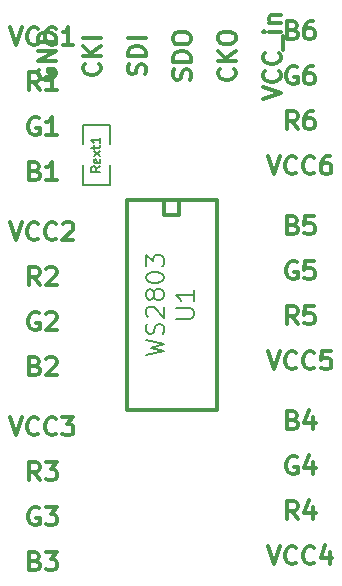
<source format=gto>
G04 (created by PCBNEW-RS274X (2012-jan-04)-stable) date Mon 13 Aug 2012 10:18:50 PM CEST*
G01*
G70*
G90*
%MOIN*%
G04 Gerber Fmt 3.4, Leading zero omitted, Abs format*
%FSLAX34Y34*%
G04 APERTURE LIST*
%ADD10C,0.006000*%
%ADD11C,0.012000*%
%ADD12C,0.005000*%
G04 APERTURE END LIST*
G54D10*
G54D11*
X64500Y-44000D02*
X62000Y-44000D01*
X62000Y-44000D02*
X62000Y-37000D01*
X62000Y-37000D02*
X65000Y-37000D01*
X65000Y-37000D02*
X65000Y-44000D01*
X65000Y-44000D02*
X64500Y-44000D01*
X63750Y-37000D02*
X63750Y-37500D01*
X63750Y-37500D02*
X63250Y-37500D01*
X63250Y-37500D02*
X63250Y-37000D01*
G54D12*
X60550Y-36500D02*
X61450Y-36500D01*
X61450Y-36500D02*
X61450Y-35850D01*
X60550Y-35150D02*
X60550Y-34500D01*
X60550Y-34500D02*
X61450Y-34500D01*
X61450Y-34500D02*
X61450Y-35150D01*
X60550Y-35850D02*
X60550Y-36500D01*
G54D10*
X63641Y-40957D02*
X64127Y-40957D01*
X64184Y-40929D01*
X64212Y-40900D01*
X64241Y-40843D01*
X64241Y-40729D01*
X64212Y-40671D01*
X64184Y-40643D01*
X64127Y-40614D01*
X63641Y-40614D01*
X64241Y-40014D02*
X64241Y-40357D01*
X64241Y-40185D02*
X63641Y-40185D01*
X63727Y-40242D01*
X63784Y-40300D01*
X63812Y-40357D01*
X62643Y-42184D02*
X63243Y-42041D01*
X62814Y-41927D01*
X63243Y-41813D01*
X62643Y-41670D01*
X63214Y-41470D02*
X63243Y-41384D01*
X63243Y-41241D01*
X63214Y-41184D01*
X63186Y-41155D01*
X63129Y-41127D01*
X63071Y-41127D01*
X63014Y-41155D01*
X62986Y-41184D01*
X62957Y-41241D01*
X62929Y-41355D01*
X62900Y-41413D01*
X62871Y-41441D01*
X62814Y-41470D01*
X62757Y-41470D01*
X62700Y-41441D01*
X62671Y-41413D01*
X62643Y-41355D01*
X62643Y-41213D01*
X62671Y-41127D01*
X62700Y-40899D02*
X62671Y-40870D01*
X62643Y-40813D01*
X62643Y-40670D01*
X62671Y-40613D01*
X62700Y-40584D01*
X62757Y-40556D01*
X62814Y-40556D01*
X62900Y-40584D01*
X63243Y-40927D01*
X63243Y-40556D01*
X62900Y-40213D02*
X62871Y-40271D01*
X62843Y-40299D01*
X62786Y-40328D01*
X62757Y-40328D01*
X62700Y-40299D01*
X62671Y-40271D01*
X62643Y-40213D01*
X62643Y-40099D01*
X62671Y-40042D01*
X62700Y-40013D01*
X62757Y-39985D01*
X62786Y-39985D01*
X62843Y-40013D01*
X62871Y-40042D01*
X62900Y-40099D01*
X62900Y-40213D01*
X62929Y-40271D01*
X62957Y-40299D01*
X63014Y-40328D01*
X63129Y-40328D01*
X63186Y-40299D01*
X63214Y-40271D01*
X63243Y-40213D01*
X63243Y-40099D01*
X63214Y-40042D01*
X63186Y-40013D01*
X63129Y-39985D01*
X63014Y-39985D01*
X62957Y-40013D01*
X62929Y-40042D01*
X62900Y-40099D01*
X62643Y-39614D02*
X62643Y-39557D01*
X62671Y-39500D01*
X62700Y-39471D01*
X62757Y-39442D01*
X62871Y-39414D01*
X63014Y-39414D01*
X63129Y-39442D01*
X63186Y-39471D01*
X63214Y-39500D01*
X63243Y-39557D01*
X63243Y-39614D01*
X63214Y-39671D01*
X63186Y-39700D01*
X63129Y-39728D01*
X63014Y-39757D01*
X62871Y-39757D01*
X62757Y-39728D01*
X62700Y-39700D01*
X62671Y-39671D01*
X62643Y-39614D01*
X62643Y-39214D02*
X62643Y-38843D01*
X62871Y-39043D01*
X62871Y-38957D01*
X62900Y-38900D01*
X62929Y-38871D01*
X62986Y-38843D01*
X63129Y-38843D01*
X63186Y-38871D01*
X63214Y-38900D01*
X63243Y-38957D01*
X63243Y-39129D01*
X63214Y-39186D01*
X63186Y-39214D01*
G54D11*
X66543Y-33643D02*
X67143Y-33443D01*
X66543Y-33243D01*
X67086Y-32700D02*
X67114Y-32729D01*
X67143Y-32815D01*
X67143Y-32872D01*
X67114Y-32957D01*
X67057Y-33015D01*
X67000Y-33043D01*
X66886Y-33072D01*
X66800Y-33072D01*
X66686Y-33043D01*
X66629Y-33015D01*
X66571Y-32957D01*
X66543Y-32872D01*
X66543Y-32815D01*
X66571Y-32729D01*
X66600Y-32700D01*
X67086Y-32100D02*
X67114Y-32129D01*
X67143Y-32215D01*
X67143Y-32272D01*
X67114Y-32357D01*
X67057Y-32415D01*
X67000Y-32443D01*
X66886Y-32472D01*
X66800Y-32472D01*
X66686Y-32443D01*
X66629Y-32415D01*
X66571Y-32357D01*
X66543Y-32272D01*
X66543Y-32215D01*
X66571Y-32129D01*
X66600Y-32100D01*
X67200Y-31986D02*
X67200Y-31529D01*
X67143Y-31386D02*
X66743Y-31386D01*
X66543Y-31386D02*
X66571Y-31415D01*
X66600Y-31386D01*
X66571Y-31358D01*
X66543Y-31386D01*
X66600Y-31386D01*
X66743Y-31100D02*
X67143Y-31100D01*
X66800Y-31100D02*
X66771Y-31072D01*
X66743Y-31014D01*
X66743Y-30929D01*
X66771Y-30872D01*
X66829Y-30843D01*
X67143Y-30843D01*
X67558Y-31329D02*
X67644Y-31357D01*
X67672Y-31386D01*
X67701Y-31443D01*
X67701Y-31529D01*
X67672Y-31586D01*
X67644Y-31614D01*
X67586Y-31643D01*
X67358Y-31643D01*
X67358Y-31043D01*
X67558Y-31043D01*
X67615Y-31071D01*
X67644Y-31100D01*
X67672Y-31157D01*
X67672Y-31214D01*
X67644Y-31271D01*
X67615Y-31300D01*
X67558Y-31329D01*
X67358Y-31329D01*
X68215Y-31043D02*
X68101Y-31043D01*
X68044Y-31071D01*
X68015Y-31100D01*
X67958Y-31186D01*
X67929Y-31300D01*
X67929Y-31529D01*
X67958Y-31586D01*
X67986Y-31614D01*
X68044Y-31643D01*
X68158Y-31643D01*
X68215Y-31614D01*
X68244Y-31586D01*
X68272Y-31529D01*
X68272Y-31386D01*
X68244Y-31329D01*
X68215Y-31300D01*
X68158Y-31271D01*
X68044Y-31271D01*
X67986Y-31300D01*
X67958Y-31329D01*
X67929Y-31386D01*
X67672Y-32571D02*
X67615Y-32543D01*
X67529Y-32543D01*
X67444Y-32571D01*
X67386Y-32629D01*
X67358Y-32686D01*
X67329Y-32800D01*
X67329Y-32886D01*
X67358Y-33000D01*
X67386Y-33057D01*
X67444Y-33114D01*
X67529Y-33143D01*
X67586Y-33143D01*
X67672Y-33114D01*
X67701Y-33086D01*
X67701Y-32886D01*
X67586Y-32886D01*
X68215Y-32543D02*
X68101Y-32543D01*
X68044Y-32571D01*
X68015Y-32600D01*
X67958Y-32686D01*
X67929Y-32800D01*
X67929Y-33029D01*
X67958Y-33086D01*
X67986Y-33114D01*
X68044Y-33143D01*
X68158Y-33143D01*
X68215Y-33114D01*
X68244Y-33086D01*
X68272Y-33029D01*
X68272Y-32886D01*
X68244Y-32829D01*
X68215Y-32800D01*
X68158Y-32771D01*
X68044Y-32771D01*
X67986Y-32800D01*
X67958Y-32829D01*
X67929Y-32886D01*
X67701Y-34643D02*
X67501Y-34357D01*
X67358Y-34643D02*
X67358Y-34043D01*
X67586Y-34043D01*
X67644Y-34071D01*
X67672Y-34100D01*
X67701Y-34157D01*
X67701Y-34243D01*
X67672Y-34300D01*
X67644Y-34329D01*
X67586Y-34357D01*
X67358Y-34357D01*
X68215Y-34043D02*
X68101Y-34043D01*
X68044Y-34071D01*
X68015Y-34100D01*
X67958Y-34186D01*
X67929Y-34300D01*
X67929Y-34529D01*
X67958Y-34586D01*
X67986Y-34614D01*
X68044Y-34643D01*
X68158Y-34643D01*
X68215Y-34614D01*
X68244Y-34586D01*
X68272Y-34529D01*
X68272Y-34386D01*
X68244Y-34329D01*
X68215Y-34300D01*
X68158Y-34271D01*
X68044Y-34271D01*
X67986Y-34300D01*
X67958Y-34329D01*
X67929Y-34386D01*
X67558Y-37829D02*
X67644Y-37857D01*
X67672Y-37886D01*
X67701Y-37943D01*
X67701Y-38029D01*
X67672Y-38086D01*
X67644Y-38114D01*
X67586Y-38143D01*
X67358Y-38143D01*
X67358Y-37543D01*
X67558Y-37543D01*
X67615Y-37571D01*
X67644Y-37600D01*
X67672Y-37657D01*
X67672Y-37714D01*
X67644Y-37771D01*
X67615Y-37800D01*
X67558Y-37829D01*
X67358Y-37829D01*
X68244Y-37543D02*
X67958Y-37543D01*
X67929Y-37829D01*
X67958Y-37800D01*
X68015Y-37771D01*
X68158Y-37771D01*
X68215Y-37800D01*
X68244Y-37829D01*
X68272Y-37886D01*
X68272Y-38029D01*
X68244Y-38086D01*
X68215Y-38114D01*
X68158Y-38143D01*
X68015Y-38143D01*
X67958Y-38114D01*
X67929Y-38086D01*
X67672Y-39071D02*
X67615Y-39043D01*
X67529Y-39043D01*
X67444Y-39071D01*
X67386Y-39129D01*
X67358Y-39186D01*
X67329Y-39300D01*
X67329Y-39386D01*
X67358Y-39500D01*
X67386Y-39557D01*
X67444Y-39614D01*
X67529Y-39643D01*
X67586Y-39643D01*
X67672Y-39614D01*
X67701Y-39586D01*
X67701Y-39386D01*
X67586Y-39386D01*
X68244Y-39043D02*
X67958Y-39043D01*
X67929Y-39329D01*
X67958Y-39300D01*
X68015Y-39271D01*
X68158Y-39271D01*
X68215Y-39300D01*
X68244Y-39329D01*
X68272Y-39386D01*
X68272Y-39529D01*
X68244Y-39586D01*
X68215Y-39614D01*
X68158Y-39643D01*
X68015Y-39643D01*
X67958Y-39614D01*
X67929Y-39586D01*
X67701Y-41143D02*
X67501Y-40857D01*
X67358Y-41143D02*
X67358Y-40543D01*
X67586Y-40543D01*
X67644Y-40571D01*
X67672Y-40600D01*
X67701Y-40657D01*
X67701Y-40743D01*
X67672Y-40800D01*
X67644Y-40829D01*
X67586Y-40857D01*
X67358Y-40857D01*
X68244Y-40543D02*
X67958Y-40543D01*
X67929Y-40829D01*
X67958Y-40800D01*
X68015Y-40771D01*
X68158Y-40771D01*
X68215Y-40800D01*
X68244Y-40829D01*
X68272Y-40886D01*
X68272Y-41029D01*
X68244Y-41086D01*
X68215Y-41114D01*
X68158Y-41143D01*
X68015Y-41143D01*
X67958Y-41114D01*
X67929Y-41086D01*
X67558Y-44329D02*
X67644Y-44357D01*
X67672Y-44386D01*
X67701Y-44443D01*
X67701Y-44529D01*
X67672Y-44586D01*
X67644Y-44614D01*
X67586Y-44643D01*
X67358Y-44643D01*
X67358Y-44043D01*
X67558Y-44043D01*
X67615Y-44071D01*
X67644Y-44100D01*
X67672Y-44157D01*
X67672Y-44214D01*
X67644Y-44271D01*
X67615Y-44300D01*
X67558Y-44329D01*
X67358Y-44329D01*
X68215Y-44243D02*
X68215Y-44643D01*
X68072Y-44014D02*
X67929Y-44443D01*
X68301Y-44443D01*
X67672Y-45571D02*
X67615Y-45543D01*
X67529Y-45543D01*
X67444Y-45571D01*
X67386Y-45629D01*
X67358Y-45686D01*
X67329Y-45800D01*
X67329Y-45886D01*
X67358Y-46000D01*
X67386Y-46057D01*
X67444Y-46114D01*
X67529Y-46143D01*
X67586Y-46143D01*
X67672Y-46114D01*
X67701Y-46086D01*
X67701Y-45886D01*
X67586Y-45886D01*
X68215Y-45743D02*
X68215Y-46143D01*
X68072Y-45514D02*
X67929Y-45943D01*
X68301Y-45943D01*
X67701Y-47643D02*
X67501Y-47357D01*
X67358Y-47643D02*
X67358Y-47043D01*
X67586Y-47043D01*
X67644Y-47071D01*
X67672Y-47100D01*
X67701Y-47157D01*
X67701Y-47243D01*
X67672Y-47300D01*
X67644Y-47329D01*
X67586Y-47357D01*
X67358Y-47357D01*
X68215Y-47243D02*
X68215Y-47643D01*
X68072Y-47014D02*
X67929Y-47443D01*
X68301Y-47443D01*
X58958Y-49029D02*
X59044Y-49057D01*
X59072Y-49086D01*
X59101Y-49143D01*
X59101Y-49229D01*
X59072Y-49286D01*
X59044Y-49314D01*
X58986Y-49343D01*
X58758Y-49343D01*
X58758Y-48743D01*
X58958Y-48743D01*
X59015Y-48771D01*
X59044Y-48800D01*
X59072Y-48857D01*
X59072Y-48914D01*
X59044Y-48971D01*
X59015Y-49000D01*
X58958Y-49029D01*
X58758Y-49029D01*
X59301Y-48743D02*
X59672Y-48743D01*
X59472Y-48971D01*
X59558Y-48971D01*
X59615Y-49000D01*
X59644Y-49029D01*
X59672Y-49086D01*
X59672Y-49229D01*
X59644Y-49286D01*
X59615Y-49314D01*
X59558Y-49343D01*
X59386Y-49343D01*
X59329Y-49314D01*
X59301Y-49286D01*
X59072Y-47271D02*
X59015Y-47243D01*
X58929Y-47243D01*
X58844Y-47271D01*
X58786Y-47329D01*
X58758Y-47386D01*
X58729Y-47500D01*
X58729Y-47586D01*
X58758Y-47700D01*
X58786Y-47757D01*
X58844Y-47814D01*
X58929Y-47843D01*
X58986Y-47843D01*
X59072Y-47814D01*
X59101Y-47786D01*
X59101Y-47586D01*
X58986Y-47586D01*
X59301Y-47243D02*
X59672Y-47243D01*
X59472Y-47471D01*
X59558Y-47471D01*
X59615Y-47500D01*
X59644Y-47529D01*
X59672Y-47586D01*
X59672Y-47729D01*
X59644Y-47786D01*
X59615Y-47814D01*
X59558Y-47843D01*
X59386Y-47843D01*
X59329Y-47814D01*
X59301Y-47786D01*
X59101Y-46343D02*
X58901Y-46057D01*
X58758Y-46343D02*
X58758Y-45743D01*
X58986Y-45743D01*
X59044Y-45771D01*
X59072Y-45800D01*
X59101Y-45857D01*
X59101Y-45943D01*
X59072Y-46000D01*
X59044Y-46029D01*
X58986Y-46057D01*
X58758Y-46057D01*
X59301Y-45743D02*
X59672Y-45743D01*
X59472Y-45971D01*
X59558Y-45971D01*
X59615Y-46000D01*
X59644Y-46029D01*
X59672Y-46086D01*
X59672Y-46229D01*
X59644Y-46286D01*
X59615Y-46314D01*
X59558Y-46343D01*
X59386Y-46343D01*
X59329Y-46314D01*
X59301Y-46286D01*
X58958Y-42529D02*
X59044Y-42557D01*
X59072Y-42586D01*
X59101Y-42643D01*
X59101Y-42729D01*
X59072Y-42786D01*
X59044Y-42814D01*
X58986Y-42843D01*
X58758Y-42843D01*
X58758Y-42243D01*
X58958Y-42243D01*
X59015Y-42271D01*
X59044Y-42300D01*
X59072Y-42357D01*
X59072Y-42414D01*
X59044Y-42471D01*
X59015Y-42500D01*
X58958Y-42529D01*
X58758Y-42529D01*
X59329Y-42300D02*
X59358Y-42271D01*
X59415Y-42243D01*
X59558Y-42243D01*
X59615Y-42271D01*
X59644Y-42300D01*
X59672Y-42357D01*
X59672Y-42414D01*
X59644Y-42500D01*
X59301Y-42843D01*
X59672Y-42843D01*
X59072Y-40771D02*
X59015Y-40743D01*
X58929Y-40743D01*
X58844Y-40771D01*
X58786Y-40829D01*
X58758Y-40886D01*
X58729Y-41000D01*
X58729Y-41086D01*
X58758Y-41200D01*
X58786Y-41257D01*
X58844Y-41314D01*
X58929Y-41343D01*
X58986Y-41343D01*
X59072Y-41314D01*
X59101Y-41286D01*
X59101Y-41086D01*
X58986Y-41086D01*
X59329Y-40800D02*
X59358Y-40771D01*
X59415Y-40743D01*
X59558Y-40743D01*
X59615Y-40771D01*
X59644Y-40800D01*
X59672Y-40857D01*
X59672Y-40914D01*
X59644Y-41000D01*
X59301Y-41343D01*
X59672Y-41343D01*
X59101Y-39843D02*
X58901Y-39557D01*
X58758Y-39843D02*
X58758Y-39243D01*
X58986Y-39243D01*
X59044Y-39271D01*
X59072Y-39300D01*
X59101Y-39357D01*
X59101Y-39443D01*
X59072Y-39500D01*
X59044Y-39529D01*
X58986Y-39557D01*
X58758Y-39557D01*
X59329Y-39300D02*
X59358Y-39271D01*
X59415Y-39243D01*
X59558Y-39243D01*
X59615Y-39271D01*
X59644Y-39300D01*
X59672Y-39357D01*
X59672Y-39414D01*
X59644Y-39500D01*
X59301Y-39843D01*
X59672Y-39843D01*
X58958Y-36029D02*
X59044Y-36057D01*
X59072Y-36086D01*
X59101Y-36143D01*
X59101Y-36229D01*
X59072Y-36286D01*
X59044Y-36314D01*
X58986Y-36343D01*
X58758Y-36343D01*
X58758Y-35743D01*
X58958Y-35743D01*
X59015Y-35771D01*
X59044Y-35800D01*
X59072Y-35857D01*
X59072Y-35914D01*
X59044Y-35971D01*
X59015Y-36000D01*
X58958Y-36029D01*
X58758Y-36029D01*
X59672Y-36343D02*
X59329Y-36343D01*
X59501Y-36343D02*
X59501Y-35743D01*
X59444Y-35829D01*
X59386Y-35886D01*
X59329Y-35914D01*
X59072Y-34271D02*
X59015Y-34243D01*
X58929Y-34243D01*
X58844Y-34271D01*
X58786Y-34329D01*
X58758Y-34386D01*
X58729Y-34500D01*
X58729Y-34586D01*
X58758Y-34700D01*
X58786Y-34757D01*
X58844Y-34814D01*
X58929Y-34843D01*
X58986Y-34843D01*
X59072Y-34814D01*
X59101Y-34786D01*
X59101Y-34586D01*
X58986Y-34586D01*
X59672Y-34843D02*
X59329Y-34843D01*
X59501Y-34843D02*
X59501Y-34243D01*
X59444Y-34329D01*
X59386Y-34386D01*
X59329Y-34414D01*
X59101Y-33343D02*
X58901Y-33057D01*
X58758Y-33343D02*
X58758Y-32743D01*
X58986Y-32743D01*
X59044Y-32771D01*
X59072Y-32800D01*
X59101Y-32857D01*
X59101Y-32943D01*
X59072Y-33000D01*
X59044Y-33029D01*
X58986Y-33057D01*
X58758Y-33057D01*
X59672Y-33343D02*
X59329Y-33343D01*
X59501Y-33343D02*
X59501Y-32743D01*
X59444Y-32829D01*
X59386Y-32886D01*
X59329Y-32914D01*
X66715Y-35543D02*
X66915Y-36143D01*
X67115Y-35543D01*
X67658Y-36086D02*
X67629Y-36114D01*
X67543Y-36143D01*
X67486Y-36143D01*
X67401Y-36114D01*
X67343Y-36057D01*
X67315Y-36000D01*
X67286Y-35886D01*
X67286Y-35800D01*
X67315Y-35686D01*
X67343Y-35629D01*
X67401Y-35571D01*
X67486Y-35543D01*
X67543Y-35543D01*
X67629Y-35571D01*
X67658Y-35600D01*
X68258Y-36086D02*
X68229Y-36114D01*
X68143Y-36143D01*
X68086Y-36143D01*
X68001Y-36114D01*
X67943Y-36057D01*
X67915Y-36000D01*
X67886Y-35886D01*
X67886Y-35800D01*
X67915Y-35686D01*
X67943Y-35629D01*
X68001Y-35571D01*
X68086Y-35543D01*
X68143Y-35543D01*
X68229Y-35571D01*
X68258Y-35600D01*
X68772Y-35543D02*
X68658Y-35543D01*
X68601Y-35571D01*
X68572Y-35600D01*
X68515Y-35686D01*
X68486Y-35800D01*
X68486Y-36029D01*
X68515Y-36086D01*
X68543Y-36114D01*
X68601Y-36143D01*
X68715Y-36143D01*
X68772Y-36114D01*
X68801Y-36086D01*
X68829Y-36029D01*
X68829Y-35886D01*
X68801Y-35829D01*
X68772Y-35800D01*
X68715Y-35771D01*
X68601Y-35771D01*
X68543Y-35800D01*
X68515Y-35829D01*
X68486Y-35886D01*
X66715Y-42043D02*
X66915Y-42643D01*
X67115Y-42043D01*
X67658Y-42586D02*
X67629Y-42614D01*
X67543Y-42643D01*
X67486Y-42643D01*
X67401Y-42614D01*
X67343Y-42557D01*
X67315Y-42500D01*
X67286Y-42386D01*
X67286Y-42300D01*
X67315Y-42186D01*
X67343Y-42129D01*
X67401Y-42071D01*
X67486Y-42043D01*
X67543Y-42043D01*
X67629Y-42071D01*
X67658Y-42100D01*
X68258Y-42586D02*
X68229Y-42614D01*
X68143Y-42643D01*
X68086Y-42643D01*
X68001Y-42614D01*
X67943Y-42557D01*
X67915Y-42500D01*
X67886Y-42386D01*
X67886Y-42300D01*
X67915Y-42186D01*
X67943Y-42129D01*
X68001Y-42071D01*
X68086Y-42043D01*
X68143Y-42043D01*
X68229Y-42071D01*
X68258Y-42100D01*
X68801Y-42043D02*
X68515Y-42043D01*
X68486Y-42329D01*
X68515Y-42300D01*
X68572Y-42271D01*
X68715Y-42271D01*
X68772Y-42300D01*
X68801Y-42329D01*
X68829Y-42386D01*
X68829Y-42529D01*
X68801Y-42586D01*
X68772Y-42614D01*
X68715Y-42643D01*
X68572Y-42643D01*
X68515Y-42614D01*
X68486Y-42586D01*
X66715Y-48543D02*
X66915Y-49143D01*
X67115Y-48543D01*
X67658Y-49086D02*
X67629Y-49114D01*
X67543Y-49143D01*
X67486Y-49143D01*
X67401Y-49114D01*
X67343Y-49057D01*
X67315Y-49000D01*
X67286Y-48886D01*
X67286Y-48800D01*
X67315Y-48686D01*
X67343Y-48629D01*
X67401Y-48571D01*
X67486Y-48543D01*
X67543Y-48543D01*
X67629Y-48571D01*
X67658Y-48600D01*
X68258Y-49086D02*
X68229Y-49114D01*
X68143Y-49143D01*
X68086Y-49143D01*
X68001Y-49114D01*
X67943Y-49057D01*
X67915Y-49000D01*
X67886Y-48886D01*
X67886Y-48800D01*
X67915Y-48686D01*
X67943Y-48629D01*
X68001Y-48571D01*
X68086Y-48543D01*
X68143Y-48543D01*
X68229Y-48571D01*
X68258Y-48600D01*
X68772Y-48743D02*
X68772Y-49143D01*
X68629Y-48514D02*
X68486Y-48943D01*
X68858Y-48943D01*
X58115Y-44243D02*
X58315Y-44843D01*
X58515Y-44243D01*
X59058Y-44786D02*
X59029Y-44814D01*
X58943Y-44843D01*
X58886Y-44843D01*
X58801Y-44814D01*
X58743Y-44757D01*
X58715Y-44700D01*
X58686Y-44586D01*
X58686Y-44500D01*
X58715Y-44386D01*
X58743Y-44329D01*
X58801Y-44271D01*
X58886Y-44243D01*
X58943Y-44243D01*
X59029Y-44271D01*
X59058Y-44300D01*
X59658Y-44786D02*
X59629Y-44814D01*
X59543Y-44843D01*
X59486Y-44843D01*
X59401Y-44814D01*
X59343Y-44757D01*
X59315Y-44700D01*
X59286Y-44586D01*
X59286Y-44500D01*
X59315Y-44386D01*
X59343Y-44329D01*
X59401Y-44271D01*
X59486Y-44243D01*
X59543Y-44243D01*
X59629Y-44271D01*
X59658Y-44300D01*
X59858Y-44243D02*
X60229Y-44243D01*
X60029Y-44471D01*
X60115Y-44471D01*
X60172Y-44500D01*
X60201Y-44529D01*
X60229Y-44586D01*
X60229Y-44729D01*
X60201Y-44786D01*
X60172Y-44814D01*
X60115Y-44843D01*
X59943Y-44843D01*
X59886Y-44814D01*
X59858Y-44786D01*
X58115Y-37743D02*
X58315Y-38343D01*
X58515Y-37743D01*
X59058Y-38286D02*
X59029Y-38314D01*
X58943Y-38343D01*
X58886Y-38343D01*
X58801Y-38314D01*
X58743Y-38257D01*
X58715Y-38200D01*
X58686Y-38086D01*
X58686Y-38000D01*
X58715Y-37886D01*
X58743Y-37829D01*
X58801Y-37771D01*
X58886Y-37743D01*
X58943Y-37743D01*
X59029Y-37771D01*
X59058Y-37800D01*
X59658Y-38286D02*
X59629Y-38314D01*
X59543Y-38343D01*
X59486Y-38343D01*
X59401Y-38314D01*
X59343Y-38257D01*
X59315Y-38200D01*
X59286Y-38086D01*
X59286Y-38000D01*
X59315Y-37886D01*
X59343Y-37829D01*
X59401Y-37771D01*
X59486Y-37743D01*
X59543Y-37743D01*
X59629Y-37771D01*
X59658Y-37800D01*
X59886Y-37800D02*
X59915Y-37771D01*
X59972Y-37743D01*
X60115Y-37743D01*
X60172Y-37771D01*
X60201Y-37800D01*
X60229Y-37857D01*
X60229Y-37914D01*
X60201Y-38000D01*
X59858Y-38343D01*
X60229Y-38343D01*
X58115Y-31243D02*
X58315Y-31843D01*
X58515Y-31243D01*
X59058Y-31786D02*
X59029Y-31814D01*
X58943Y-31843D01*
X58886Y-31843D01*
X58801Y-31814D01*
X58743Y-31757D01*
X58715Y-31700D01*
X58686Y-31586D01*
X58686Y-31500D01*
X58715Y-31386D01*
X58743Y-31329D01*
X58801Y-31271D01*
X58886Y-31243D01*
X58943Y-31243D01*
X59029Y-31271D01*
X59058Y-31300D01*
X59658Y-31786D02*
X59629Y-31814D01*
X59543Y-31843D01*
X59486Y-31843D01*
X59401Y-31814D01*
X59343Y-31757D01*
X59315Y-31700D01*
X59286Y-31586D01*
X59286Y-31500D01*
X59315Y-31386D01*
X59343Y-31329D01*
X59401Y-31271D01*
X59486Y-31243D01*
X59543Y-31243D01*
X59629Y-31271D01*
X59658Y-31300D01*
X60229Y-31843D02*
X59886Y-31843D01*
X60058Y-31843D02*
X60058Y-31243D01*
X60001Y-31329D01*
X59943Y-31386D01*
X59886Y-31414D01*
X59071Y-32657D02*
X59043Y-32714D01*
X59043Y-32800D01*
X59071Y-32885D01*
X59129Y-32943D01*
X59186Y-32971D01*
X59300Y-33000D01*
X59386Y-33000D01*
X59500Y-32971D01*
X59557Y-32943D01*
X59614Y-32885D01*
X59643Y-32800D01*
X59643Y-32743D01*
X59614Y-32657D01*
X59586Y-32628D01*
X59386Y-32628D01*
X59386Y-32743D01*
X59643Y-32371D02*
X59043Y-32371D01*
X59643Y-32028D01*
X59043Y-32028D01*
X59643Y-31742D02*
X59043Y-31742D01*
X59043Y-31599D01*
X59071Y-31514D01*
X59129Y-31456D01*
X59186Y-31428D01*
X59300Y-31399D01*
X59386Y-31399D01*
X59500Y-31428D01*
X59557Y-31456D01*
X59614Y-31514D01*
X59643Y-31599D01*
X59643Y-31742D01*
X64114Y-32986D02*
X64143Y-32900D01*
X64143Y-32757D01*
X64114Y-32700D01*
X64086Y-32671D01*
X64029Y-32643D01*
X63971Y-32643D01*
X63914Y-32671D01*
X63886Y-32700D01*
X63857Y-32757D01*
X63829Y-32871D01*
X63800Y-32929D01*
X63771Y-32957D01*
X63714Y-32986D01*
X63657Y-32986D01*
X63600Y-32957D01*
X63571Y-32929D01*
X63543Y-32871D01*
X63543Y-32729D01*
X63571Y-32643D01*
X64143Y-32386D02*
X63543Y-32386D01*
X63543Y-32243D01*
X63571Y-32158D01*
X63629Y-32100D01*
X63686Y-32072D01*
X63800Y-32043D01*
X63886Y-32043D01*
X64000Y-32072D01*
X64057Y-32100D01*
X64114Y-32158D01*
X64143Y-32243D01*
X64143Y-32386D01*
X63543Y-31672D02*
X63543Y-31558D01*
X63571Y-31500D01*
X63629Y-31443D01*
X63743Y-31415D01*
X63943Y-31415D01*
X64057Y-31443D01*
X64114Y-31500D01*
X64143Y-31558D01*
X64143Y-31672D01*
X64114Y-31729D01*
X64057Y-31786D01*
X63943Y-31815D01*
X63743Y-31815D01*
X63629Y-31786D01*
X63571Y-31729D01*
X63543Y-31672D01*
X65586Y-32628D02*
X65614Y-32657D01*
X65643Y-32743D01*
X65643Y-32800D01*
X65614Y-32885D01*
X65557Y-32943D01*
X65500Y-32971D01*
X65386Y-33000D01*
X65300Y-33000D01*
X65186Y-32971D01*
X65129Y-32943D01*
X65071Y-32885D01*
X65043Y-32800D01*
X65043Y-32743D01*
X65071Y-32657D01*
X65100Y-32628D01*
X65643Y-32371D02*
X65043Y-32371D01*
X65643Y-32028D02*
X65300Y-32285D01*
X65043Y-32028D02*
X65386Y-32371D01*
X65043Y-31657D02*
X65043Y-31543D01*
X65071Y-31485D01*
X65129Y-31428D01*
X65243Y-31400D01*
X65443Y-31400D01*
X65557Y-31428D01*
X65614Y-31485D01*
X65643Y-31543D01*
X65643Y-31657D01*
X65614Y-31714D01*
X65557Y-31771D01*
X65443Y-31800D01*
X65243Y-31800D01*
X65129Y-31771D01*
X65071Y-31714D01*
X65043Y-31657D01*
X62614Y-32814D02*
X62643Y-32728D01*
X62643Y-32585D01*
X62614Y-32528D01*
X62586Y-32499D01*
X62529Y-32471D01*
X62471Y-32471D01*
X62414Y-32499D01*
X62386Y-32528D01*
X62357Y-32585D01*
X62329Y-32699D01*
X62300Y-32757D01*
X62271Y-32785D01*
X62214Y-32814D01*
X62157Y-32814D01*
X62100Y-32785D01*
X62071Y-32757D01*
X62043Y-32699D01*
X62043Y-32557D01*
X62071Y-32471D01*
X62643Y-32214D02*
X62043Y-32214D01*
X62043Y-32071D01*
X62071Y-31986D01*
X62129Y-31928D01*
X62186Y-31900D01*
X62300Y-31871D01*
X62386Y-31871D01*
X62500Y-31900D01*
X62557Y-31928D01*
X62614Y-31986D01*
X62643Y-32071D01*
X62643Y-32214D01*
X62643Y-31614D02*
X62043Y-31614D01*
X61086Y-32457D02*
X61114Y-32486D01*
X61143Y-32572D01*
X61143Y-32629D01*
X61114Y-32714D01*
X61057Y-32772D01*
X61000Y-32800D01*
X60886Y-32829D01*
X60800Y-32829D01*
X60686Y-32800D01*
X60629Y-32772D01*
X60571Y-32714D01*
X60543Y-32629D01*
X60543Y-32572D01*
X60571Y-32486D01*
X60600Y-32457D01*
X61143Y-32200D02*
X60543Y-32200D01*
X61143Y-31857D02*
X60800Y-32114D01*
X60543Y-31857D02*
X60886Y-32200D01*
X61143Y-31600D02*
X60543Y-31600D01*
G54D12*
X61121Y-35885D02*
X60979Y-35985D01*
X61121Y-36057D02*
X60821Y-36057D01*
X60821Y-35942D01*
X60836Y-35914D01*
X60850Y-35899D01*
X60879Y-35885D01*
X60921Y-35885D01*
X60950Y-35899D01*
X60964Y-35914D01*
X60979Y-35942D01*
X60979Y-36057D01*
X61107Y-35642D02*
X61121Y-35671D01*
X61121Y-35728D01*
X61107Y-35757D01*
X61079Y-35771D01*
X60964Y-35771D01*
X60936Y-35757D01*
X60921Y-35728D01*
X60921Y-35671D01*
X60936Y-35642D01*
X60964Y-35628D01*
X60993Y-35628D01*
X61021Y-35771D01*
X61121Y-35528D02*
X60921Y-35371D01*
X60921Y-35528D02*
X61121Y-35371D01*
X60921Y-35299D02*
X60921Y-35185D01*
X60821Y-35257D02*
X61079Y-35257D01*
X61107Y-35242D01*
X61121Y-35214D01*
X61121Y-35185D01*
X61121Y-34928D02*
X61121Y-35100D01*
X61121Y-35014D02*
X60821Y-35014D01*
X60864Y-35043D01*
X60893Y-35071D01*
X60907Y-35100D01*
M02*

</source>
